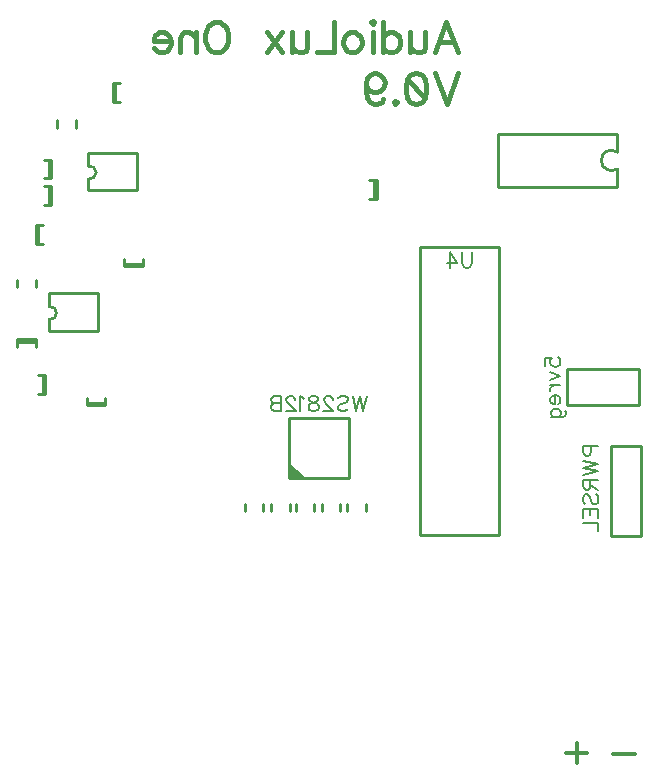
<source format=gbr>
G04 DipTrace 2.4.0.2*
%INBottomSilk.gbr*%
%MOIN*%
%ADD10C,0.0098*%
%ADD100C,0.0077*%
%ADD101C,0.0124*%
%ADD103C,0.0154*%
%FSLAX44Y44*%
G04*
G70*
G90*
G75*
G01*
%LNBotSilk*%
%LPD*%
X25589Y18148D2*
D10*
X23214D1*
Y16961D1*
X25589D1*
Y18148D1*
X16781Y23821D2*
Y24450D1*
X16855Y23821D2*
Y24450D1*
Y23821D2*
X16620D1*
X16855Y24450D2*
X16620D1*
X5932Y23630D2*
Y24260D1*
X6007Y23630D2*
Y24260D1*
Y23630D2*
X5771D1*
X6007Y24260D2*
X5771D1*
X5745Y17319D2*
Y17948D1*
X5819Y17319D2*
Y17948D1*
Y17319D2*
X5583D1*
X5819Y17948D2*
X5583D1*
X5505Y19063D2*
X4875D1*
X5505Y19138D2*
X4875D1*
X5505D2*
Y18902D1*
X4875Y19138D2*
Y18902D1*
X5932Y24505D2*
Y25135D1*
X6007Y24505D2*
Y25135D1*
Y24505D2*
X5771D1*
X6007Y25135D2*
X5771D1*
X7188Y17016D2*
X7817D1*
X7188Y16941D2*
X7817D1*
X7188D2*
Y17177D1*
X7817Y16941D2*
Y17177D1*
X8449Y21652D2*
X9079D1*
X8449Y21577D2*
X9079D1*
X8449D2*
Y21813D1*
X9079Y21577D2*
Y21813D1*
X8147Y27686D2*
Y27057D1*
X8072Y27686D2*
Y27057D1*
Y27686D2*
X8308D1*
X8072Y27057D2*
X8308D1*
X5573Y22948D2*
Y22319D1*
X5498Y22948D2*
Y22319D1*
Y22948D2*
X5734D1*
X5498Y22319D2*
X5734D1*
X24881Y24234D2*
X20898D1*
X24881Y25979D2*
X20898D1*
Y24234D2*
Y25979D1*
X24881Y24234D2*
Y24827D1*
Y25386D2*
Y25979D1*
Y24827D2*
G02X24881Y25386I-196J280D01*
G01*
X5940Y20677D2*
X7565D1*
X5940Y19427D2*
X7565D1*
Y20677D2*
Y19427D1*
X5940Y20677D2*
Y20239D1*
Y19802D2*
Y19427D1*
Y20239D2*
G02X5940Y19802I31J-219D01*
G01*
X7253Y25364D2*
X8878D1*
X7253Y24113D2*
X8878D1*
Y25364D2*
Y24113D1*
X7253Y25364D2*
Y24926D1*
Y24488D2*
Y24113D1*
Y24926D2*
G02X7253Y24488I31J-219D01*
G01*
X25664Y12604D2*
X24664D1*
Y15604D1*
X25664D1*
Y12604D1*
X6199Y26202D2*
Y26438D1*
X6829Y26202D2*
Y26438D1*
X4875Y20879D2*
Y21115D1*
X5505Y20879D2*
Y21115D1*
X16502Y13670D2*
Y13435D1*
X15873Y13670D2*
Y13435D1*
X15651Y13670D2*
Y13435D1*
X15022Y13670D2*
Y13435D1*
X14786Y13670D2*
Y13435D1*
X14157Y13670D2*
Y13435D1*
X13971Y13670D2*
Y13435D1*
X13342Y13670D2*
Y13435D1*
X13085Y13670D2*
Y13435D1*
X12456Y13670D2*
Y13435D1*
X15938Y16520D2*
X13938D1*
Y14520D1*
X15938D1*
Y16520D1*
X13938Y14958D2*
X14438Y14520D1*
X14313D2*
X14000Y14832D1*
X14188Y14520D2*
X13938Y14770D1*
X14063Y14582D2*
X14000Y14645D1*
Y14582D2*
X14063Y14645D1*
X20929Y12629D2*
X18303D1*
Y22208D1*
X20929D1*
Y12629D1*
X22482Y18267D2*
D100*
Y18505D1*
X22697Y18529D1*
X22673Y18505D1*
X22649Y18434D1*
Y18362D1*
X22673Y18290D1*
X22721Y18242D1*
X22793Y18219D1*
X22840D1*
X22912Y18242D1*
X22960Y18290D1*
X22984Y18362D1*
Y18434D1*
X22960Y18505D1*
X22936Y18529D1*
X22888Y18553D1*
X22649Y18064D2*
X22984Y17920D1*
X22649Y17777D1*
Y17623D2*
X22984D1*
X22793D2*
X22721Y17599D1*
X22673Y17551D1*
X22649Y17503D1*
Y17431D1*
X22793Y17277D2*
Y16990D1*
X22745D1*
X22697Y17014D1*
X22673Y17037D1*
X22649Y17085D1*
Y17157D1*
X22673Y17205D1*
X22721Y17253D1*
X22793Y17277D1*
X22840D1*
X22912Y17253D1*
X22960Y17205D1*
X22984Y17157D1*
Y17085D1*
X22960Y17037D1*
X22912Y16990D1*
X22673Y16549D2*
X23056D1*
X23127Y16572D1*
X23152Y16596D1*
X23175Y16644D1*
Y16716D1*
X23152Y16764D1*
X22745Y16549D2*
X22697Y16596D1*
X22673Y16644D1*
Y16716D1*
X22697Y16764D1*
X22745Y16812D1*
X22817Y16835D1*
X22865D1*
X22936Y16812D1*
X22984Y16764D1*
X23008Y16716D1*
Y16644D1*
X22984Y16596D1*
X22936Y16549D1*
X24007Y15593D2*
Y15377D1*
X23984Y15306D1*
X23959Y15282D1*
X23912Y15258D1*
X23840D1*
X23792Y15282D1*
X23768Y15306D1*
X23744Y15377D1*
Y15593D1*
X24247D1*
X23744Y15103D2*
X24247Y14984D1*
X23744Y14864D1*
X24247Y14745D1*
X23744Y14625D1*
X23984Y14470D2*
Y14255D1*
X23959Y14184D1*
X23935Y14159D1*
X23888Y14135D1*
X23840D1*
X23792Y14159D1*
X23768Y14184D1*
X23744Y14255D1*
Y14470D1*
X24247D1*
X23984Y14303D2*
X24247Y14135D1*
X23816Y13646D2*
X23768Y13694D1*
X23744Y13766D1*
Y13861D1*
X23768Y13933D1*
X23816Y13981D1*
X23864D1*
X23912Y13957D1*
X23935Y13933D1*
X23959Y13885D1*
X24007Y13742D1*
X24031Y13694D1*
X24055Y13670D1*
X24103Y13646D1*
X24175D1*
X24222Y13694D1*
X24247Y13766D1*
Y13861D1*
X24222Y13933D1*
X24175Y13981D1*
X23744Y13181D2*
Y13492D1*
X24247D1*
Y13181D1*
X23984Y13492D2*
Y13301D1*
X23744Y13027D2*
X24247D1*
Y12740D1*
X16537Y17252D2*
X16417Y16750D1*
X16298Y17252D1*
X16178Y16750D1*
X16059Y17252D1*
X15569Y17180D2*
X15617Y17228D1*
X15689Y17252D1*
X15784D1*
X15856Y17228D1*
X15904Y17180D1*
Y17133D1*
X15880Y17085D1*
X15856Y17061D1*
X15809Y17037D1*
X15665Y16989D1*
X15617Y16965D1*
X15593Y16941D1*
X15569Y16893D1*
Y16822D1*
X15617Y16774D1*
X15689Y16750D1*
X15784D1*
X15856Y16774D1*
X15904Y16822D1*
X15391Y17132D2*
Y17156D1*
X15367Y17204D1*
X15343Y17228D1*
X15295Y17252D1*
X15199D1*
X15152Y17228D1*
X15128Y17204D1*
X15104Y17156D1*
Y17108D1*
X15128Y17060D1*
X15176Y16989D1*
X15415Y16750D1*
X15080D1*
X14806Y17252D2*
X14877Y17228D1*
X14902Y17180D1*
Y17132D1*
X14877Y17085D1*
X14830Y17060D1*
X14734Y17037D1*
X14662Y17013D1*
X14615Y16965D1*
X14591Y16917D1*
Y16845D1*
X14615Y16798D1*
X14639Y16774D1*
X14711Y16750D1*
X14806D1*
X14877Y16774D1*
X14902Y16798D1*
X14926Y16845D1*
Y16917D1*
X14902Y16965D1*
X14854Y17013D1*
X14782Y17037D1*
X14687Y17060D1*
X14639Y17085D1*
X14615Y17132D1*
Y17180D1*
X14639Y17228D1*
X14711Y17252D1*
X14806D1*
X14437Y17156D2*
X14389Y17180D1*
X14317Y17252D1*
Y16750D1*
X14138Y17132D2*
Y17156D1*
X14114Y17204D1*
X14091Y17228D1*
X14042Y17252D1*
X13947D1*
X13899Y17228D1*
X13876Y17204D1*
X13851Y17156D1*
Y17108D1*
X13876Y17060D1*
X13923Y16989D1*
X14162Y16750D1*
X13827D1*
X13673Y17252D2*
Y16750D1*
X13458D1*
X13386Y16774D1*
X13362Y16798D1*
X13338Y16845D1*
Y16917D1*
X13362Y16965D1*
X13386Y16989D1*
X13458Y17013D1*
X13386Y17037D1*
X13362Y17061D1*
X13338Y17108D1*
Y17157D1*
X13362Y17204D1*
X13386Y17228D1*
X13458Y17252D1*
X13673D1*
Y17013D2*
X13458D1*
X20040Y22039D2*
Y21680D1*
X20016Y21608D1*
X19968Y21561D1*
X19896Y21536D1*
X19849D1*
X19777Y21561D1*
X19729Y21608D1*
X19705Y21680D1*
Y22039D1*
X19311Y21536D2*
Y22038D1*
X19551Y21704D1*
X19192D1*
X23529Y5695D2*
D101*
Y5006D1*
X23873Y5350D2*
X23184D1*
X25479Y5307D2*
X24752D1*
X18795Y28713D2*
D103*
X19179Y29718D1*
X19561Y28713D1*
X19418Y29048D2*
X18939D1*
X18486Y29383D2*
Y28904D1*
X18439Y28762D1*
X18343Y28713D1*
X18199D1*
X18104Y28762D1*
X17960Y28904D1*
Y29383D2*
Y28713D1*
X17078Y29718D2*
Y28713D1*
Y29239D2*
X17173Y29336D1*
X17269Y29383D1*
X17413D1*
X17508Y29336D1*
X17604Y29239D1*
X17652Y29096D1*
Y29001D1*
X17604Y28857D1*
X17508Y28762D1*
X17413Y28713D1*
X17269D1*
X17173Y28762D1*
X17078Y28857D1*
X16769Y29718D2*
X16722Y29670D1*
X16673Y29718D1*
X16722Y29767D1*
X16769Y29718D1*
X16722Y29383D2*
Y28713D1*
X16125Y29383D2*
X16220Y29336D1*
X16317Y29239D1*
X16364Y29096D1*
Y29001D1*
X16317Y28857D1*
X16220Y28762D1*
X16125Y28713D1*
X15982D1*
X15885Y28762D1*
X15790Y28857D1*
X15742Y29001D1*
Y29096D1*
X15790Y29239D1*
X15885Y29336D1*
X15982Y29383D1*
X16125D1*
X15433Y29718D2*
Y28713D1*
X14859D1*
X14550Y29383D2*
Y28904D1*
X14503Y28762D1*
X14407Y28713D1*
X14263D1*
X14168Y28762D1*
X14024Y28904D1*
Y29383D2*
Y28713D1*
X13716Y29383D2*
X13189Y28713D1*
Y29383D2*
X13716Y28713D1*
X11621Y29718D2*
X11717Y29670D1*
X11812Y29574D1*
X11861Y29479D1*
X11909Y29336D1*
Y29096D1*
X11861Y28953D1*
X11812Y28857D1*
X11717Y28762D1*
X11621Y28713D1*
X11430D1*
X11335Y28762D1*
X11239Y28857D1*
X11191Y28953D1*
X11144Y29096D1*
Y29336D1*
X11191Y29479D1*
X11239Y29574D1*
X11335Y29670D1*
X11430Y29718D1*
X11621D1*
X10835Y29383D2*
Y28713D1*
Y29192D2*
X10691Y29336D1*
X10595Y29383D1*
X10452D1*
X10356Y29336D1*
X10309Y29192D1*
Y28713D1*
X10000Y29096D2*
X9426D1*
Y29192D1*
X9474Y29288D1*
X9521Y29336D1*
X9617Y29383D1*
X9761D1*
X9856Y29336D1*
X9952Y29239D1*
X10000Y29096D1*
Y29001D1*
X9952Y28857D1*
X9856Y28762D1*
X9761Y28713D1*
X9617D1*
X9521Y28762D1*
X9426Y28857D1*
X19578Y28009D2*
X19196Y27004D1*
X18813Y28009D1*
X18217Y28007D2*
X18361Y27960D1*
X18457Y27816D1*
X18505Y27577D1*
Y27434D1*
X18457Y27195D1*
X18361Y27051D1*
X18217Y27004D1*
X18122D1*
X17978Y27051D1*
X17883Y27195D1*
X17835Y27434D1*
Y27577D1*
X17883Y27816D1*
X17978Y27960D1*
X18122Y28007D1*
X18217D1*
X17883Y27816D2*
X18457Y27195D1*
X17478Y27100D2*
X17526Y27051D1*
X17478Y27004D1*
X17430Y27051D1*
X17478Y27100D1*
X16499Y27674D2*
X16547Y27530D1*
X16642Y27434D1*
X16786Y27386D1*
X16834D1*
X16977Y27434D1*
X17072Y27530D1*
X17121Y27674D1*
Y27721D1*
X17072Y27865D1*
X16977Y27960D1*
X16834Y28007D1*
X16786D1*
X16642Y27960D1*
X16547Y27865D1*
X16499Y27674D1*
Y27434D1*
X16547Y27195D1*
X16642Y27051D1*
X16786Y27004D1*
X16881D1*
X17025Y27051D1*
X17072Y27147D1*
M02*

</source>
